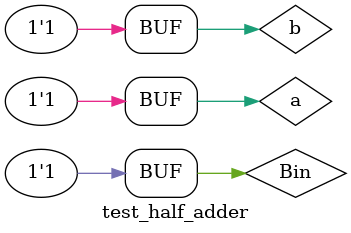
<source format=v>
module test_half_adder;
  reg a, b, Bin;
  wire D, Bout;
  
  full_subtractor fs(a, b, Bin, D, Bout);
  
initial begin
  
    a = 0; b = 0; Bin = 0; #5
    a = 0; b = 0; Bin = 1; #5
    a = 0; b = 1; Bin = 0; #5
    a = 0; b = 1; Bin = 1; #5
    a = 1; b = 0; Bin = 0; #5
    a = 1; b = 0; Bin = 1; #5
    a = 1; b = 1; Bin = 0; #5
    a = 1; b = 1; Bin = 1; #5;
  end
endmodule
</source>
